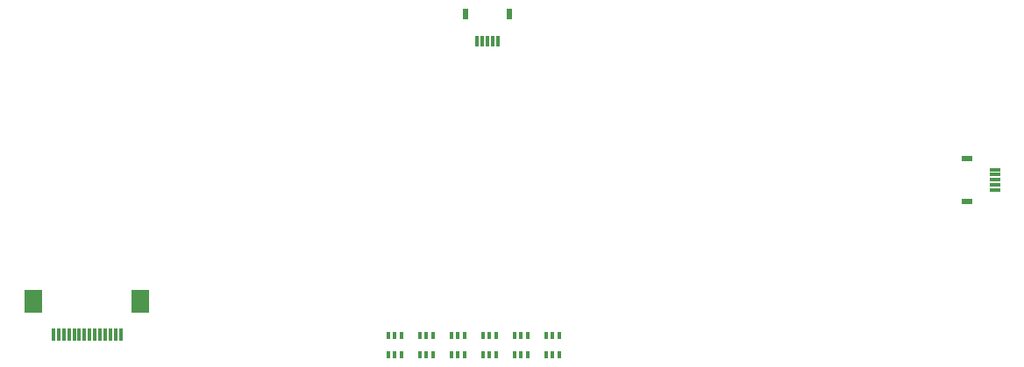
<source format=gbr>
G04 #@! TF.GenerationSoftware,KiCad,Pcbnew,7.0.6*
G04 #@! TF.CreationDate,2024-03-05T17:24:43-08:00*
G04 #@! TF.ProjectId,procon_button_board,70726f63-6f6e-45f6-9275-74746f6e5f62,rev?*
G04 #@! TF.SameCoordinates,Original*
G04 #@! TF.FileFunction,Paste,Bot*
G04 #@! TF.FilePolarity,Positive*
%FSLAX46Y46*%
G04 Gerber Fmt 4.6, Leading zero omitted, Abs format (unit mm)*
G04 Created by KiCad (PCBNEW 7.0.6) date 2024-03-05 17:24:43*
%MOMM*%
%LPD*%
G01*
G04 APERTURE LIST*
%ADD10R,0.400000X0.650000*%
%ADD11R,0.600000X1.000000*%
%ADD12R,0.300000X1.000000*%
%ADD13R,1.000000X0.600000*%
%ADD14R,1.000000X0.300000*%
%ADD15R,0.300000X1.300000*%
%ADD16R,1.800000X2.200000*%
G04 APERTURE END LIST*
D10*
X147024720Y-165209612D03*
X146374720Y-165209612D03*
X145724720Y-165209612D03*
X145724720Y-163309612D03*
X146374720Y-163309612D03*
X147024720Y-163309612D03*
X137880720Y-165209612D03*
X137230720Y-165209612D03*
X136580720Y-165209612D03*
X136580720Y-163309612D03*
X137230720Y-163309612D03*
X137880720Y-163309612D03*
X140928720Y-165209612D03*
X140278720Y-165209612D03*
X139628720Y-165209612D03*
X139628720Y-163309612D03*
X140278720Y-163309612D03*
X140928720Y-163309612D03*
D11*
X141033000Y-132246000D03*
X145213000Y-132246000D03*
D12*
X142123000Y-134896000D03*
X142623000Y-134896000D03*
X143123000Y-134896000D03*
X143623000Y-134896000D03*
X144123000Y-134896000D03*
D10*
X134832720Y-165209612D03*
X134182720Y-165209612D03*
X133532720Y-165209612D03*
X133532720Y-163309612D03*
X134182720Y-163309612D03*
X134832720Y-163309612D03*
X143976720Y-165209612D03*
X143326720Y-165209612D03*
X142676720Y-165209612D03*
X142676720Y-163309612D03*
X143326720Y-163309612D03*
X143976720Y-163309612D03*
X150072720Y-165209612D03*
X149422720Y-165209612D03*
X148772720Y-165209612D03*
X148772720Y-163309612D03*
X149422720Y-163309612D03*
X150072720Y-163309612D03*
D13*
X189469000Y-150384000D03*
X189469000Y-146204000D03*
D14*
X192119000Y-149294000D03*
X192119000Y-148794000D03*
X192119000Y-148294000D03*
X192119000Y-147794000D03*
X192119000Y-147294000D03*
D15*
X101214720Y-163251644D03*
X101714720Y-163251644D03*
X102214720Y-163251644D03*
X102714720Y-163251644D03*
X103214720Y-163251644D03*
X103714720Y-163251644D03*
X104214720Y-163251644D03*
X104714720Y-163251644D03*
X105214720Y-163251644D03*
X105714720Y-163251644D03*
X106214720Y-163251644D03*
X106714720Y-163251644D03*
X107214720Y-163251644D03*
X107714720Y-163251644D03*
D16*
X99314720Y-160001644D03*
X109614720Y-160001644D03*
M02*

</source>
